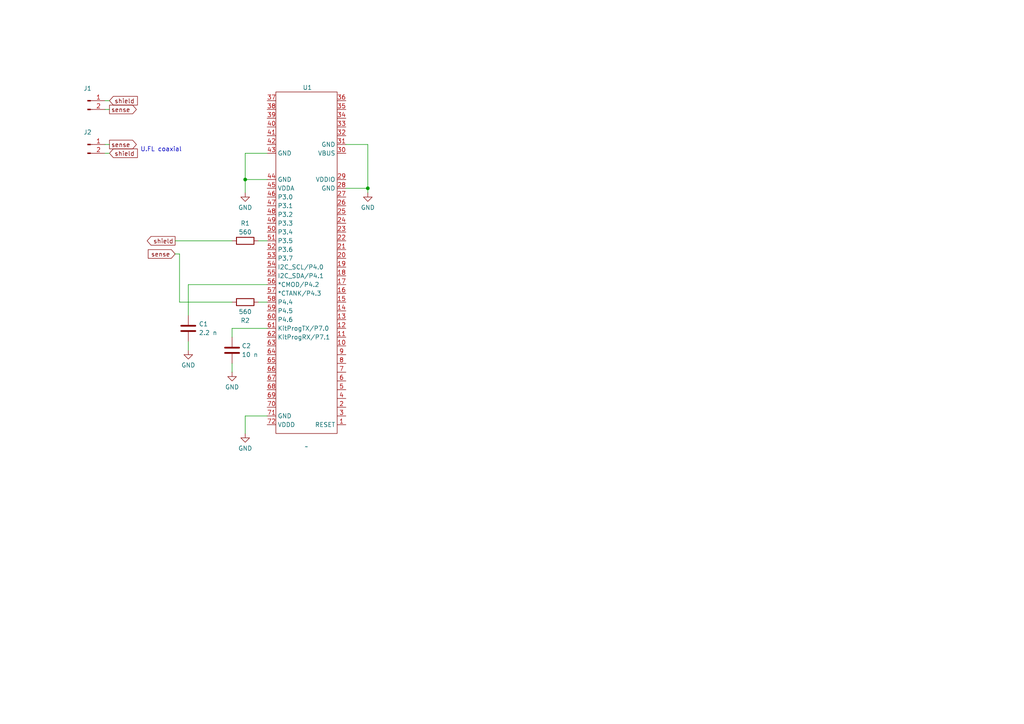
<source format=kicad_sch>
(kicad_sch (version 20231120) (generator "eeschema") (generator_version "8.0")
  (paper "A4")
  (lib_symbols
    (symbol "Connector:Conn_01x02_Pin" (pin_names (offset 1.016) hide)
      (property "Reference" "J" (at 0 2.54 0))
      (property "Value" "Conn_01x02_Pin" (at 0 -5.08 0))
      (symbol "Conn_01x02_Pin_1_1"
        (polyline (pts (xy 1.27 -2.54) (xy 0.8636 -2.54)) (stroke (width 0.1524)))
        (polyline (pts (xy 1.27 0) (xy 0.8636 0)) (stroke (width 0.1524)))
        (rectangle (start 0.8636 -2.413) (end 0 -2.667) (stroke (width 0.1524)) (fill (type outline)))
        (rectangle (start 0.8636 0.127) (end 0 -0.127) (stroke (width 0.1524)) (fill (type outline)))
        (pin passive line (at 5.08 0 180) (length 3.81) (name "Pin_1") (number "1"))
        (pin passive line (at 5.08 -2.54 180) (length 3.81) (name "Pin_2") (number "2"))
      )
    )
    (symbol "Device:C" (pin_numbers hide) (pin_names (offset 0.254))
      (property "Reference" "C" (at 0.635 2.54 0))
      (property "Value" "C" (at 0.635 -2.54 0))
      (symbol "C_0_1"
        (polyline (pts (xy -2.032 -0.762) (xy 2.032 -0.762)) (stroke (width 0.508)))
        (polyline (pts (xy -2.032 0.762) (xy 2.032 0.762)) (stroke (width 0.508)))
      )
      (symbol "C_1_1"
        (pin passive line (at 0 3.81 270) (length 2.794) (name "~") (number "1"))
        (pin passive line (at 0 -3.81 90) (length 2.794) (name "~") (number "2"))
      )
    )
    (symbol "Device:R" (pin_numbers hide) (pin_names (offset 0))
      (property "Reference" "R" (at 2.032 0 90))
      (property "Value" "R" (at 0 0 90))
      (symbol "R_0_1"
        (rectangle (start -1.016 -2.54) (end 1.016 2.54) (stroke (width 0.254)))
      )
      (symbol "R_1_1"
        (pin passive line (at 0 3.81 270) (length 1.27) (name "~") (number "1"))
        (pin passive line (at 0 -3.81 90) (length 1.27) (name "~") (number "2"))
      )
    )
    (symbol "my_footprints:CY8CKIT-043_PSoC4200M"
      (property "Reference" "U" (at 0 0 0))
      (property "Footprint" "my_footprints:CY8CKIT-043_PSoC4200M" (at 0 0 0))
      (symbol "CY8CKIT-043_PSoC4200M_0_1"
        (rectangle (start -8.89 -1.27) (end 8.89 -100.33))
      )
      (symbol "CY8CKIT-043_PSoC4200M_1_0"
        (pin unspecified line (at -11.43 -26.67 0) (length 2.54) (name "") (number "10"))
        (pin unspecified line (at -11.43 -29.21 0) (length 2.54) (name "") (number "11"))
        (pin unspecified line (at -11.43 -31.75 0) (length 2.54) (name "") (number "12"))
        (pin unspecified line (at -11.43 -34.29 0) (length 2.54) (name "") (number "13"))
        (pin unspecified line (at -11.43 -36.83 0) (length 2.54) (name "") (number "14"))
        (pin unspecified line (at -11.43 -39.37 0) (length 2.54) (name "") (number "15"))
        (pin unspecified line (at -11.43 -41.91 0) (length 2.54) (name "") (number "16"))
        (pin unspecified line (at -11.43 -44.45 0) (length 2.54) (name "") (number "17"))
        (pin unspecified line (at -11.43 -46.99 0) (length 2.54) (name "") (number "18"))
        (pin unspecified line (at -11.43 -49.53 0) (length 2.54) (name "") (number "19"))
        (pin unspecified line (at -11.43 -52.07 0) (length 2.54) (name "") (number "20"))
        (pin unspecified line (at -11.43 -54.61 0) (length 2.54) (name "") (number "21"))
        (pin unspecified line (at -11.43 -57.15 0) (length 2.54) (name "") (number "22"))
        (pin unspecified line (at -11.43 -59.69 0) (length 2.54) (name "") (number "23"))
        (pin unspecified line (at -11.43 -62.23 0) (length 2.54) (name "") (number "24"))
        (pin unspecified line (at -11.43 -64.77 0) (length 2.54) (name "") (number "25"))
        (pin unspecified line (at -11.43 -67.31 0) (length 2.54) (name "") (number "26"))
        (pin unspecified line (at -11.43 -69.85 0) (length 2.54) (name "") (number "27"))
        (pin unspecified line (at -11.43 -72.39 0) (length 2.54) (name "GND") (number "28"))
        (pin unspecified line (at -11.43 -74.93 0) (length 2.54) (name "VDDIO") (number "29"))
        (pin unspecified line (at -11.43 -82.55 0) (length 2.54) (name "VBUS") (number "30"))
        (pin unspecified line (at -11.43 -85.09 0) (length 2.54) (name "GND") (number "31"))
        (pin unspecified line (at -11.43 -87.63 0) (length 2.54) (name "") (number "32"))
        (pin unspecified line (at -11.43 -90.17 0) (length 2.54) (name "") (number "33"))
        (pin unspecified line (at -11.43 -92.71 0) (length 2.54) (name "") (number "34"))
        (pin unspecified line (at -11.43 -95.25 0) (length 2.54) (name "") (number "35"))
        (pin unspecified line (at -11.43 -97.79 0) (length 2.54) (name "") (number "36"))
        (pin unspecified line (at 11.43 -97.79 180) (length 2.54) (name "") (number "37"))
        (pin unspecified line (at 11.43 -95.25 180) (length 2.54) (name "") (number "38"))
        (pin unspecified line (at 11.43 -92.71 180) (length 2.54) (name "") (number "39"))
        (pin unspecified line (at 11.43 -90.17 180) (length 2.54) (name "") (number "40"))
        (pin unspecified line (at 11.43 -87.63 180) (length 2.54) (name "") (number "41"))
        (pin unspecified line (at 11.43 -85.09 180) (length 2.54) (name "") (number "42"))
        (pin unspecified line (at 11.43 -82.55 180) (length 2.54) (name "GND") (number "43"))
        (pin unspecified line (at 11.43 -74.93 180) (length 2.54) (name "GND") (number "44"))
        (pin unspecified line (at 11.43 -72.39 180) (length 2.54) (name "VDDA") (number "45"))
        (pin unspecified line (at 11.43 -69.85 180) (length 2.54) (name "P3.0") (number "46"))
        (pin unspecified line (at 11.43 -67.31 180) (length 2.54) (name "P3.1") (number "47"))
        (pin unspecified line (at 11.43 -64.77 180) (length 2.54) (name "P3.2") (number "48"))
        (pin unspecified line (at 11.43 -62.23 180) (length 2.54) (name "P3.3") (number "49"))
        (pin unspecified line (at -11.43 -13.97 0) (length 2.54) (name "") (number "5"))
        (pin unspecified line (at 11.43 -59.69 180) (length 2.54) (name "P3.4") (number "50"))
        (pin unspecified line (at 11.43 -57.15 180) (length 2.54) (name "P3.5") (number "51"))
        (pin unspecified line (at 11.43 -54.61 180) (length 2.54) (name "P3.6") (number "52"))
        (pin unspecified line (at 11.43 -52.07 180) (length 2.54) (name "P3.7") (number "53"))
        (pin unspecified line (at 11.43 -49.53 180) (length 2.54) (name "I2C_SCL/P4.0") (number "54"))
        (pin unspecified line (at 11.43 -46.99 180) (length 2.54) (name "I2C_SDA/P4.1") (number "55"))
        (pin unspecified line (at 11.43 -44.45 180) (length 2.54) (name "*CMOD/P4.2") (number "56"))
        (pin unspecified line (at 11.43 -41.91 180) (length 2.54) (name "*CTANK/P4.3") (number "57"))
        (pin unspecified line (at 11.43 -39.37 180) (length 2.54) (name "P4.4") (number "58"))
        (pin unspecified line (at 11.43 -36.83 180) (length 2.54) (name "P4.5") (number "59"))
        (pin unspecified line (at -11.43 -16.51 0) (length 2.54) (name "") (number "6"))
        (pin unspecified line (at 11.43 -34.29 180) (length 2.54) (name "P4.6") (number "60"))
        (pin unspecified line (at 11.43 -31.75 180) (length 2.54) (name "KitProgTX/P7.0") (number "61"))
        (pin unspecified line (at 11.43 -29.21 180) (length 2.54) (name "KitProgRX/P7.1") (number "62"))
        (pin unspecified line (at 11.43 -26.67 180) (length 2.54) (name "") (number "63"))
        (pin unspecified line (at 11.43 -24.13 180) (length 2.54) (name "") (number "64"))
        (pin unspecified line (at 11.43 -21.59 180) (length 2.54) (name "") (number "65"))
        (pin unspecified line (at 11.43 -19.05 180) (length 2.54) (name "") (number "66"))
        (pin unspecified line (at 11.43 -16.51 180) (length 2.54) (name "") (number "67"))
        (pin unspecified line (at 11.43 -13.97 180) (length 2.54) (name "") (number "68"))
        (pin unspecified line (at -11.43 -19.05 0) (length 2.54) (name "") (number "7"))
        (pin unspecified line (at -11.43 -21.59 0) (length 2.54) (name "") (number "8"))
        (pin unspecified line (at -11.43 -24.13 0) (length 2.54) (name "") (number "9"))
      )
      (symbol "CY8CKIT-043_PSoC4200M_1_1"
        (pin unspecified line (at -11.43 -3.81 0) (length 2.54) (name "RESET") (number "1"))
        (pin unspecified line (at -11.43 -8.89 0) (length 2.54) (name "") (number "2"))
        (pin unspecified line (at -11.43 -6.35 0) (length 2.54) (name "") (number "3"))
        (pin unspecified line (at -11.43 -11.43 0) (length 2.54) (name "") (number "4"))
        (pin unspecified line (at 11.43 -11.43 180) (length 2.54) (name "") (number "69"))
        (pin unspecified line (at 11.43 -8.89 180) (length 2.54) (name "") (number "70"))
        (pin unspecified line (at 11.43 -6.35 180) (length 2.54) (name "GND") (number "71"))
        (pin unspecified line (at 11.43 -3.81 180) (length 2.54) (name "VDDD") (number "72"))
      )
    )
    (symbol "power:GND" (power) (pin_numbers hide) (pin_names (offset 0) hide)
      (property "Value" "GND" (at 0 -3.81 0))
      (symbol "GND_0_1"
        (polyline (pts (xy 0 0) (xy 0 -1.27) (xy 1.27 -1.27) (xy 0 -2.54) (xy -1.27 -1.27) (xy 0 -1.27)))
      )
      (symbol "GND_1_1"
        (pin power_in line (at 0 0 270) (length 0) (name "~") (number "1"))
      )
    )
  )
  (junction (at 106.68 54.61))
  (junction (at 71.12 52.07))
  (wire (pts (xy 71.12 44.45) (xy 71.12 52.07)))
  (wire (pts (xy 71.12 44.45) (xy 77.47 44.45)))
  (wire (pts (xy 106.68 41.91) (xy 106.68 54.61)))
  (wire (pts (xy 30.48 41.91) (xy 31.75 41.91)))
  (wire (pts (xy 74.93 87.63) (xy 77.47 87.63)))
  (wire (pts (xy 54.61 82.55) (xy 77.47 82.55)))
  (wire (pts (xy 54.61 82.55) (xy 54.61 91.44)))
  (wire (pts (xy 52.07 87.63) (xy 67.31 87.63)))
  (wire (pts (xy 71.12 52.07) (xy 77.47 52.07)))
  (wire (pts (xy 71.12 120.65) (xy 71.12 125.73)))
  (wire (pts (xy 54.61 99.06) (xy 54.61 101.6)))
  (wire (pts (xy 67.31 105.41) (xy 67.31 107.95)))
  (wire (pts (xy 100.33 41.91) (xy 106.68 41.91)))
  (wire (pts (xy 71.12 52.07) (xy 71.12 55.88)))
  (wire (pts (xy 100.33 54.61) (xy 106.68 54.61)))
  (wire (pts (xy 71.12 120.65) (xy 77.47 120.65)))
  (wire (pts (xy 30.48 31.75) (xy 31.75 31.75)))
  (wire (pts (xy 74.93 69.85) (xy 77.47 69.85)))
  (wire (pts (xy 106.68 54.61) (xy 106.68 55.88)))
  (wire (pts (xy 50.8 69.85) (xy 67.31 69.85)))
  (wire (pts (xy 52.07 73.66) (xy 50.8 73.66)))
  (wire (pts (xy 30.48 29.21) (xy 31.75 29.21)))
  (wire (pts (xy 52.07 73.66) (xy 52.07 87.63)))
  (wire (pts (xy 30.48 44.45) (xy 31.75 44.45)))
  (wire (pts (xy 67.31 95.25) (xy 67.31 97.79)))
  (wire (pts (xy 67.31 95.25) (xy 77.47 95.25)))
  (text "U.FL coaxial" (at 46.736 43.434 0) (effects (font (size 1.27 1.27))))
  (global_label "shield" (shape input) (at 31.75 44.45 0) (property "Intersheetrefs" "${INTERSHEET_REFS}" (effects (hide yes))))
  (global_label "shield" (shape output) (at 50.8 69.85 180) (property "Intersheetrefs" "${INTERSHEET_REFS}" (effects (hide yes))))
  (global_label "shield" (shape input) (at 31.75 29.21 0) (property "Intersheetrefs" "${INTERSHEET_REFS}" (effects (hide yes))))
  (global_label "sense" (shape input) (at 50.8 73.66 180) (property "Intersheetrefs" "${INTERSHEET_REFS}" (effects (hide yes))))
  (global_label "sense" (shape output) (at 31.75 41.91 0) (property "Intersheetrefs" "${INTERSHEET_REFS}" (effects (hide yes))))
  (global_label "sense" (shape output) (at 31.75 31.75 0) (property "Intersheetrefs" "${INTERSHEET_REFS}" (effects (hide yes))))
  (symbol (lib_id "Device:C") (at 67.31 101.6 0) (unit 1)
    (property "Reference" "C2" (at 70.104 100.33 0) (effects (justify left)))
    (property "Value" "10 n" (at 70.104 102.87 0) (effects (justify left)))
    (property "Footprint" "Capacitor_SMD:C_0603_1608Metric_Pad1.08x0.95mm_HandSolder" (effects (hide yes)))
    (property "Description" "Unpolarized capacitor" (effects (hide yes)))
  )
  (symbol (lib_id "Device:C") (at 54.61 95.25 0) (unit 1)
    (property "Reference" "C1" (at 57.658 93.98 0) (effects (justify left)))
    (property "Value" "2.2 n" (at 57.658 96.52 0) (effects (justify left)))
    (property "Footprint" "Capacitor_SMD:C_0603_1608Metric_Pad1.08x0.95mm_HandSolder" (effects (hide yes)))
    (property "Description" "Unpolarized capacitor" (effects (hide yes)))
  )
  (symbol (lib_id "power:GND") (at 71.12 125.73 0) (unit 1)
    (property "Reference" "#PWR05" (effects (hide yes)))
    (property "Value" "GND" (at 71.12 130.048 0))
    (property "Description" "Power symbol creates a global label with name \"GND\" , ground" (effects (hide yes)))
  )
  (symbol (lib_id "my_footprints:CY8CKIT-043_PSoC4200M") (at 88.9 127 180) (unit 1)
    (property "Reference" "U1" (at 89.154 25.4 0))
    (property "Value" "~" (at 88.9 129.54 0))
    (property "Footprint" "my_footprints:CY8CKIT-043_PSoC4200M" (effects (hide yes)))
  )
  (symbol (lib_id "Connector:Conn_01x02_Pin") (at 25.4 29.21 0) (unit 1)
    (property "Reference" "J1" (at 25.4 25.654 0))
    (property "Value" "Conn_01x02_Pin" (effects (hide yes)))
    (property "Footprint" "Connector_PinHeader_2.54mm:PinHeader_1x02_P2.54mm_Vertical" (effects (hide yes)))
    (property "Description" "Generic connector, single row, 01x02, script generated" (effects (hide yes)))
  )
  (symbol (lib_id "Device:R") (at 71.12 87.63 90) (mirror x) (unit 1)
    (property "Reference" "R2" (at 71.12 92.964 90))
    (property "Value" "560" (at 71.12 90.424 90))
    (property "Footprint" "Resistor_SMD:R_0603_1608Metric_Pad0.98x0.95mm_HandSolder" (effects (hide yes)))
    (property "Description" "Resistor" (effects (hide yes)))
  )
  (symbol (lib_id "Device:R") (at 71.12 69.85 90) (unit 1)
    (property "Reference" "R1" (at 71.12 64.77 90))
    (property "Value" "560" (at 71.12 67.31 90))
    (property "Footprint" "Resistor_SMD:R_0603_1608Metric_Pad0.98x0.95mm_HandSolder" (effects (hide yes)))
    (property "Description" "Resistor" (effects (hide yes)))
  )
  (symbol (lib_id "power:GND") (at 54.61 101.6 0) (unit 1)
    (property "Reference" "#PWR02" (effects (hide yes)))
    (property "Value" "GND" (at 54.61 105.918 0))
    (property "Description" "Power symbol creates a global label with name \"GND\" , ground" (effects (hide yes)))
  )
  (symbol (lib_id "Connector:Conn_01x02_Pin") (at 25.4 41.91 0) (unit 1)
    (property "Reference" "J2" (at 25.4 38.354 0))
    (property "Value" "Conn_01x02_Pin" (effects (hide yes)))
    (property "Footprint" "Connector_Coaxial:U.FL_Hirose_U.FL-R-SMT-1_Vertical" (effects (hide yes)))
    (property "Description" "Generic connector, single row, 01x02, script generated" (effects (hide yes)))
  )
  (symbol (lib_id "power:GND") (at 106.68 55.88 0) (unit 1)
    (property "Reference" "#PWR04" (effects (hide yes)))
    (property "Value" "GND" (at 106.68 60.198 0))
    (property "Description" "Power symbol creates a global label with name \"GND\" , ground" (effects (hide yes)))
  )
  (symbol (lib_id "power:GND") (at 71.12 55.88 0) (unit 1)
    (property "Reference" "#PWR03" (effects (hide yes)))
    (property "Value" "GND" (at 71.12 60.198 0))
    (property "Description" "Power symbol creates a global label with name \"GND\" , ground" (effects (hide yes)))
  )
  (symbol (lib_id "power:GND") (at 67.31 107.95 0) (unit 1)
    (property "Reference" "#PWR01" (effects (hide yes)))
    (property "Value" "GND" (at 67.31 112.268 0))
    (property "Description" "Power symbol creates a global label with name \"GND\" , ground" (effects (hide yes)))
  )
)
</source>
